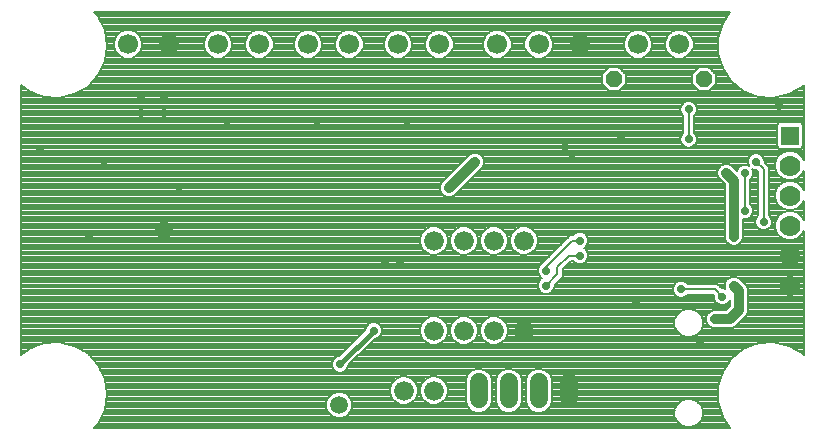
<source format=gbl>
G75*
G70*
%OFA0B0*%
%FSLAX24Y24*%
%IPPOS*%
%LPD*%
%AMOC8*
5,1,8,0,0,1.08239X$1,22.5*
%
%ADD10C,0.0660*%
%ADD11R,0.0594X0.0594*%
%ADD12C,0.0700*%
%ADD13C,0.0594*%
%ADD14OC8,0.0520*%
%ADD15C,0.0594*%
%ADD16C,0.0669*%
%ADD17C,0.0080*%
%ADD18C,0.0278*%
%ADD19C,0.0160*%
%ADD20C,0.0320*%
D10*
X013640Y004076D03*
X014640Y004076D03*
X014640Y006076D03*
X015640Y006076D03*
X016640Y006076D03*
X017640Y006076D03*
X017640Y009076D03*
X016640Y009076D03*
X015640Y009076D03*
X014640Y009076D03*
D11*
X026515Y012576D03*
D12*
X026515Y011576D03*
X026515Y010576D03*
X026515Y009576D03*
X026515Y008576D03*
X026515Y007576D03*
D13*
X011495Y003596D03*
X005649Y009442D03*
D14*
X020640Y014451D03*
X023640Y014451D03*
D15*
X019140Y004372D02*
X019140Y003779D01*
X018140Y003779D02*
X018140Y004372D01*
X017140Y004372D02*
X017140Y003779D01*
X016140Y003779D02*
X016140Y004372D01*
D16*
X016762Y015615D03*
X018140Y015615D03*
X019518Y015615D03*
X021451Y015615D03*
X022829Y015615D03*
X014829Y015615D03*
X013451Y015615D03*
X011829Y015615D03*
X010451Y015615D03*
X008829Y015615D03*
X007451Y015615D03*
X005829Y015615D03*
X004451Y015615D03*
D17*
X003456Y002973D02*
X003309Y002816D01*
X024530Y002816D01*
X024269Y003199D01*
X024269Y003199D01*
X024116Y003694D01*
X024116Y004213D01*
X024269Y004708D01*
X024269Y004708D01*
X024561Y005137D01*
X024561Y005137D01*
X024967Y005460D01*
X024967Y005460D01*
X025450Y005650D01*
X025450Y005650D01*
X025967Y005689D01*
X025967Y005689D01*
X026473Y005573D01*
X026473Y005573D01*
X026922Y005314D01*
X026922Y005314D01*
X026975Y005257D01*
X026975Y009405D01*
X026975Y009405D01*
X026930Y009298D01*
X026793Y009160D01*
X026612Y009086D01*
X026418Y009086D01*
X026237Y009160D01*
X026100Y009298D01*
X026025Y009478D01*
X026025Y009673D01*
X026100Y009853D01*
X026237Y009991D01*
X026418Y010066D01*
X026612Y010066D01*
X026793Y009991D01*
X026930Y009853D01*
X026975Y009746D01*
X026975Y010405D01*
X026930Y010298D01*
X026793Y010160D01*
X026612Y010086D01*
X026418Y010086D01*
X026237Y010160D01*
X026100Y010298D01*
X026025Y010478D01*
X026025Y010673D01*
X026100Y010853D01*
X026237Y010991D01*
X026418Y011066D01*
X026612Y011066D01*
X026793Y010991D01*
X026930Y010853D01*
X026975Y010746D01*
X026975Y011405D01*
X026930Y011298D01*
X026793Y011160D01*
X026612Y011086D01*
X026418Y011086D01*
X026237Y011160D01*
X026100Y011298D01*
X026025Y011478D01*
X026025Y011673D01*
X026100Y011853D01*
X026237Y011991D01*
X026418Y012066D01*
X026612Y012066D01*
X026793Y011991D01*
X026930Y011853D01*
X026975Y011746D01*
X026975Y014265D01*
X026922Y014207D01*
X026922Y014207D01*
X026473Y013948D01*
X026473Y013948D01*
X025967Y013833D01*
X025967Y013833D01*
X025450Y013871D01*
X025450Y013871D01*
X024967Y014061D01*
X024967Y014061D01*
X024561Y014384D01*
X024561Y014384D01*
X024561Y014384D01*
X024269Y014813D01*
X024269Y014813D01*
X024116Y015308D01*
X024116Y015827D01*
X024269Y016323D01*
X024269Y016323D01*
X024530Y016706D01*
X003309Y016706D01*
X003456Y016548D01*
X003456Y016548D01*
X003681Y016081D01*
X003681Y016081D01*
X003758Y015568D01*
X003681Y015055D01*
X003456Y014588D01*
X003456Y014588D01*
X003103Y014207D01*
X003103Y014207D01*
X002654Y013948D01*
X002654Y013948D01*
X002148Y013833D01*
X002148Y013833D01*
X001631Y013871D01*
X001631Y013871D01*
X001148Y014061D01*
X001148Y014061D01*
X000880Y014275D01*
X000880Y005247D01*
X001148Y005460D01*
X001148Y005460D01*
X001631Y005650D01*
X001631Y005650D01*
X002148Y005689D01*
X002148Y005689D01*
X002654Y005573D01*
X002654Y005573D01*
X003103Y005314D01*
X003103Y005314D01*
X003456Y004934D01*
X003456Y004934D01*
X003681Y004466D01*
X003681Y004466D01*
X003758Y003954D01*
X003681Y003441D01*
X003681Y003441D01*
X003456Y002973D01*
X003456Y002973D01*
X003451Y002968D02*
X022824Y002968D01*
X022870Y002922D02*
X022736Y003056D01*
X022664Y003231D01*
X022664Y003420D01*
X022736Y003595D01*
X022870Y003729D01*
X023045Y003802D01*
X023235Y003802D01*
X023410Y003729D01*
X023544Y003595D01*
X023616Y003420D01*
X023616Y003231D01*
X023544Y003056D01*
X023410Y002922D01*
X023235Y002849D01*
X023045Y002849D01*
X022870Y002922D01*
X022948Y002890D02*
X003378Y002890D01*
X003491Y003047D02*
X022746Y003047D01*
X022708Y003125D02*
X003529Y003125D01*
X003566Y003204D02*
X011300Y003204D01*
X011247Y003225D02*
X011408Y003159D01*
X011582Y003159D01*
X011742Y003225D01*
X011865Y003348D01*
X011932Y003509D01*
X011932Y003683D01*
X011865Y003843D01*
X011742Y003966D01*
X011582Y004033D01*
X011408Y004033D01*
X011247Y003966D01*
X011125Y003843D01*
X011058Y003683D01*
X011058Y003509D01*
X011125Y003348D01*
X011247Y003225D01*
X011191Y003282D02*
X003604Y003282D01*
X003642Y003361D02*
X011119Y003361D01*
X011087Y003439D02*
X003680Y003439D01*
X003692Y003518D02*
X011058Y003518D01*
X011058Y003596D02*
X003704Y003596D01*
X003716Y003675D02*
X011058Y003675D01*
X011087Y003753D02*
X003728Y003753D01*
X003740Y003832D02*
X011120Y003832D01*
X011191Y003910D02*
X003751Y003910D01*
X003753Y003989D02*
X011302Y003989D01*
X011688Y003989D02*
X013170Y003989D01*
X013170Y003982D02*
X013242Y003809D01*
X013374Y003677D01*
X013547Y003606D01*
X013733Y003606D01*
X013906Y003677D01*
X014038Y003809D01*
X014110Y003982D01*
X014110Y004169D01*
X014038Y004342D01*
X013906Y004474D01*
X013733Y004546D01*
X013547Y004546D01*
X013374Y004474D01*
X013242Y004342D01*
X013170Y004169D01*
X013170Y003982D01*
X013200Y003910D02*
X011798Y003910D01*
X011870Y003832D02*
X013232Y003832D01*
X013298Y003753D02*
X011903Y003753D01*
X011932Y003675D02*
X013380Y003675D01*
X013170Y004067D02*
X003741Y004067D01*
X003729Y004146D02*
X013170Y004146D01*
X013193Y004224D02*
X003717Y004224D01*
X003705Y004303D02*
X013225Y004303D01*
X013281Y004381D02*
X003694Y004381D01*
X003682Y004460D02*
X013359Y004460D01*
X013528Y004538D02*
X003646Y004538D01*
X003608Y004617D02*
X015768Y004617D01*
X015770Y004620D02*
X015703Y004459D01*
X015703Y003692D01*
X015770Y003531D01*
X015893Y003408D01*
X016053Y003342D01*
X016227Y003342D01*
X016387Y003408D01*
X016510Y003531D01*
X016577Y003692D01*
X016577Y004459D01*
X016510Y004620D01*
X016387Y004743D01*
X016227Y004809D01*
X016053Y004809D01*
X015893Y004743D01*
X015770Y004620D01*
X015736Y004538D02*
X014752Y004538D01*
X014733Y004546D02*
X014547Y004546D01*
X014374Y004474D01*
X014242Y004342D01*
X014170Y004169D01*
X014170Y003982D01*
X014242Y003809D01*
X014374Y003677D01*
X014547Y003606D01*
X014733Y003606D01*
X014906Y003677D01*
X015038Y003809D01*
X015110Y003982D01*
X015110Y004169D01*
X015038Y004342D01*
X014906Y004474D01*
X014733Y004546D01*
X014528Y004538D02*
X013752Y004538D01*
X013921Y004460D02*
X014359Y004460D01*
X014281Y004381D02*
X013999Y004381D01*
X014055Y004303D02*
X014225Y004303D01*
X014193Y004224D02*
X014087Y004224D01*
X014110Y004146D02*
X014170Y004146D01*
X014170Y004067D02*
X014110Y004067D01*
X014110Y003989D02*
X014170Y003989D01*
X014200Y003910D02*
X014080Y003910D01*
X014048Y003832D02*
X014232Y003832D01*
X014298Y003753D02*
X013982Y003753D01*
X013900Y003675D02*
X014380Y003675D01*
X014900Y003675D02*
X015710Y003675D01*
X015703Y003753D02*
X014982Y003753D01*
X015048Y003832D02*
X015703Y003832D01*
X015703Y003910D02*
X015080Y003910D01*
X015110Y003989D02*
X015703Y003989D01*
X015703Y004067D02*
X015110Y004067D01*
X015110Y004146D02*
X015703Y004146D01*
X015703Y004224D02*
X015087Y004224D01*
X015055Y004303D02*
X015703Y004303D01*
X015703Y004381D02*
X014999Y004381D01*
X014921Y004460D02*
X015703Y004460D01*
X015845Y004695D02*
X011627Y004695D01*
X011673Y004714D02*
X011752Y004793D01*
X011794Y004895D01*
X011794Y004919D01*
X012672Y005797D01*
X012696Y005797D01*
X012798Y005839D01*
X012877Y005918D01*
X012919Y006020D01*
X012919Y006131D01*
X012877Y006234D01*
X012798Y006312D01*
X012696Y006355D01*
X012584Y006355D01*
X012482Y006312D01*
X012403Y006234D01*
X012361Y006131D01*
X012361Y006108D01*
X000880Y006108D01*
X000880Y006030D02*
X012283Y006030D01*
X012361Y006108D02*
X011483Y005230D01*
X011459Y005230D01*
X011357Y005187D01*
X011278Y005109D01*
X011236Y005006D01*
X011236Y004895D01*
X011278Y004793D01*
X011357Y004714D01*
X011459Y004672D01*
X011571Y004672D01*
X011673Y004714D01*
X011733Y004774D02*
X015967Y004774D01*
X016313Y004774D02*
X016967Y004774D01*
X016893Y004743D02*
X016770Y004620D01*
X016703Y004459D01*
X016703Y003692D01*
X016770Y003531D01*
X016893Y003408D01*
X017053Y003342D01*
X017227Y003342D01*
X017387Y003408D01*
X017510Y003531D01*
X017577Y003692D01*
X017577Y004459D01*
X017510Y004620D01*
X017387Y004743D01*
X017227Y004809D01*
X017053Y004809D01*
X016893Y004743D01*
X016845Y004695D02*
X016435Y004695D01*
X016512Y004617D02*
X016768Y004617D01*
X016736Y004538D02*
X016544Y004538D01*
X016577Y004460D02*
X016703Y004460D01*
X016703Y004381D02*
X016577Y004381D01*
X016577Y004303D02*
X016703Y004303D01*
X016703Y004224D02*
X016577Y004224D01*
X016577Y004146D02*
X016703Y004146D01*
X016703Y004067D02*
X016577Y004067D01*
X016577Y003989D02*
X016703Y003989D01*
X016703Y003910D02*
X016577Y003910D01*
X016577Y003832D02*
X016703Y003832D01*
X016703Y003753D02*
X016577Y003753D01*
X016570Y003675D02*
X016710Y003675D01*
X016743Y003596D02*
X016537Y003596D01*
X016497Y003518D02*
X016783Y003518D01*
X016862Y003439D02*
X016418Y003439D01*
X016272Y003361D02*
X017008Y003361D01*
X017272Y003361D02*
X018008Y003361D01*
X018053Y003342D02*
X018227Y003342D01*
X018387Y003408D01*
X018510Y003531D01*
X018577Y003692D01*
X018577Y004459D01*
X018510Y004620D01*
X018387Y004743D01*
X018227Y004809D01*
X018053Y004809D01*
X017893Y004743D01*
X017770Y004620D01*
X017703Y004459D01*
X017703Y003692D01*
X017770Y003531D01*
X017893Y003408D01*
X018053Y003342D01*
X017862Y003439D02*
X017418Y003439D01*
X017497Y003518D02*
X017783Y003518D01*
X017743Y003596D02*
X017537Y003596D01*
X017570Y003675D02*
X017710Y003675D01*
X017703Y003753D02*
X017577Y003753D01*
X017577Y003832D02*
X017703Y003832D01*
X017703Y003910D02*
X017577Y003910D01*
X017577Y003989D02*
X017703Y003989D01*
X017703Y004067D02*
X017577Y004067D01*
X017577Y004146D02*
X017703Y004146D01*
X017703Y004224D02*
X017577Y004224D01*
X017577Y004303D02*
X017703Y004303D01*
X017703Y004381D02*
X017577Y004381D01*
X017577Y004460D02*
X017703Y004460D01*
X017736Y004538D02*
X017544Y004538D01*
X017512Y004617D02*
X017768Y004617D01*
X017845Y004695D02*
X017435Y004695D01*
X017313Y004774D02*
X017967Y004774D01*
X018313Y004774D02*
X024314Y004774D01*
X024265Y004695D02*
X018435Y004695D01*
X018512Y004617D02*
X024241Y004617D01*
X024217Y004538D02*
X018544Y004538D01*
X018577Y004460D02*
X024192Y004460D01*
X024168Y004381D02*
X018577Y004381D01*
X018577Y004303D02*
X024144Y004303D01*
X024120Y004224D02*
X018577Y004224D01*
X018577Y004146D02*
X024116Y004146D01*
X024116Y004067D02*
X018577Y004067D01*
X018577Y003989D02*
X024116Y003989D01*
X024116Y003910D02*
X018577Y003910D01*
X018577Y003832D02*
X024116Y003832D01*
X024116Y003753D02*
X023352Y003753D01*
X023464Y003675D02*
X024122Y003675D01*
X024147Y003596D02*
X023543Y003596D01*
X023576Y003518D02*
X024171Y003518D01*
X024195Y003439D02*
X023608Y003439D01*
X023616Y003361D02*
X024219Y003361D01*
X024243Y003282D02*
X023616Y003282D01*
X023605Y003204D02*
X024268Y003204D01*
X024319Y003125D02*
X023572Y003125D01*
X023534Y003047D02*
X024373Y003047D01*
X024426Y002968D02*
X023456Y002968D01*
X023332Y002890D02*
X024480Y002890D01*
X022928Y003753D02*
X018577Y003753D01*
X018570Y003675D02*
X022816Y003675D01*
X022737Y003596D02*
X018537Y003596D01*
X018497Y003518D02*
X022704Y003518D01*
X022672Y003439D02*
X018418Y003439D01*
X018272Y003361D02*
X022664Y003361D01*
X022664Y003282D02*
X011799Y003282D01*
X011870Y003361D02*
X016008Y003361D01*
X015862Y003439D02*
X011903Y003439D01*
X011932Y003518D02*
X015783Y003518D01*
X015743Y003596D02*
X011932Y003596D01*
X011690Y003204D02*
X022675Y003204D01*
X024367Y004852D02*
X011776Y004852D01*
X011806Y004931D02*
X024421Y004931D01*
X024474Y005009D02*
X011885Y005009D01*
X011963Y005088D02*
X024528Y005088D01*
X024598Y005166D02*
X012042Y005166D01*
X012120Y005245D02*
X024696Y005245D01*
X024795Y005323D02*
X012199Y005323D01*
X012277Y005402D02*
X024893Y005402D01*
X025017Y005480D02*
X012356Y005480D01*
X012434Y005559D02*
X025217Y005559D01*
X025417Y005637D02*
X016810Y005637D01*
X016733Y005606D02*
X016906Y005677D01*
X017038Y005809D01*
X017110Y005982D01*
X017110Y006169D01*
X017038Y006342D01*
X016906Y006474D01*
X016733Y006546D01*
X016547Y006546D01*
X016374Y006474D01*
X016242Y006342D01*
X016170Y006169D01*
X016170Y005982D01*
X016242Y005809D01*
X016374Y005677D01*
X016547Y005606D01*
X016733Y005606D01*
X016945Y005716D02*
X026975Y005716D01*
X026975Y005794D02*
X017023Y005794D01*
X017065Y005873D02*
X022989Y005873D01*
X023045Y005849D02*
X023235Y005849D01*
X023410Y005922D01*
X023544Y006056D01*
X023616Y006231D01*
X023616Y006420D01*
X023544Y006595D01*
X023410Y006729D01*
X023235Y006802D01*
X023045Y006802D01*
X022870Y006729D01*
X022736Y006595D01*
X022664Y006420D01*
X022664Y006231D01*
X022736Y006056D01*
X022870Y005922D01*
X023045Y005849D01*
X022841Y005951D02*
X017097Y005951D01*
X017110Y006030D02*
X022763Y006030D01*
X022715Y006108D02*
X017110Y006108D01*
X017103Y006187D02*
X022682Y006187D01*
X022664Y006265D02*
X017070Y006265D01*
X017037Y006344D02*
X022664Y006344D01*
X022665Y006422D02*
X016958Y006422D01*
X016842Y006501D02*
X022697Y006501D01*
X022730Y006579D02*
X000880Y006579D01*
X000880Y006501D02*
X014438Y006501D01*
X014374Y006474D02*
X014242Y006342D01*
X014170Y006169D01*
X014170Y005982D01*
X014242Y005809D01*
X014374Y005677D01*
X014547Y005606D01*
X014733Y005606D01*
X014906Y005677D01*
X015038Y005809D01*
X015110Y005982D01*
X015110Y006169D01*
X015038Y006342D01*
X014906Y006474D01*
X014733Y006546D01*
X014547Y006546D01*
X014374Y006474D01*
X014322Y006422D02*
X000880Y006422D01*
X000880Y006344D02*
X012558Y006344D01*
X012435Y006265D02*
X000880Y006265D01*
X000880Y006187D02*
X012384Y006187D01*
X012204Y005951D02*
X000880Y005951D01*
X000880Y005873D02*
X012126Y005873D01*
X012047Y005794D02*
X000880Y005794D01*
X000880Y005716D02*
X011969Y005716D01*
X011890Y005637D02*
X002374Y005637D01*
X002679Y005559D02*
X011812Y005559D01*
X011733Y005480D02*
X002815Y005480D01*
X002951Y005402D02*
X011655Y005402D01*
X011576Y005323D02*
X003087Y005323D01*
X003167Y005245D02*
X011498Y005245D01*
X011336Y005166D02*
X003240Y005166D01*
X003313Y005088D02*
X011270Y005088D01*
X011237Y005009D02*
X003386Y005009D01*
X003457Y004931D02*
X011236Y004931D01*
X011254Y004852D02*
X003495Y004852D01*
X003533Y004774D02*
X011297Y004774D01*
X011403Y004695D02*
X003571Y004695D01*
X001598Y005637D02*
X000880Y005637D01*
X000880Y005559D02*
X001398Y005559D01*
X001198Y005480D02*
X000880Y005480D01*
X000880Y005402D02*
X001074Y005402D01*
X000976Y005323D02*
X000880Y005323D01*
X000880Y006658D02*
X022799Y006658D01*
X022887Y006736D02*
X000880Y006736D01*
X000880Y006815D02*
X024455Y006815D01*
X024391Y006751D02*
X023955Y006751D01*
X023845Y006705D01*
X023761Y006621D01*
X023715Y006510D01*
X023715Y006391D01*
X023761Y006281D01*
X023845Y006196D01*
X023955Y006151D01*
X024575Y006151D01*
X024685Y006196D01*
X024997Y006509D01*
X025082Y006593D01*
X025127Y006703D01*
X025127Y007448D01*
X025082Y007558D01*
X024810Y007830D01*
X024700Y007876D01*
X024580Y007876D01*
X024470Y007830D01*
X024386Y007746D01*
X024340Y007635D01*
X024340Y007516D01*
X024362Y007462D01*
X024321Y007480D01*
X024241Y007480D01*
X024090Y007631D01*
X023105Y007631D01*
X023048Y007687D01*
X022946Y007730D01*
X022834Y007730D01*
X022732Y007687D01*
X022653Y007609D01*
X022611Y007506D01*
X022611Y007395D01*
X022653Y007293D01*
X022732Y007214D01*
X022834Y007172D01*
X022946Y007172D01*
X023048Y007214D01*
X023105Y007271D01*
X023940Y007271D01*
X023986Y007225D01*
X023986Y007145D01*
X024028Y007043D01*
X024107Y006964D01*
X024209Y006922D01*
X024321Y006922D01*
X024423Y006964D01*
X024502Y007043D01*
X024528Y007105D01*
X024528Y006887D01*
X024391Y006751D01*
X024528Y006893D02*
X000880Y006893D01*
X000880Y006972D02*
X024099Y006972D01*
X024025Y007050D02*
X000880Y007050D01*
X000880Y007129D02*
X023993Y007129D01*
X023986Y007207D02*
X023031Y007207D01*
X022890Y007451D02*
X024015Y007451D01*
X024265Y007201D01*
X024431Y006972D02*
X024528Y006972D01*
X024528Y007050D02*
X024505Y007050D01*
X023920Y006736D02*
X023393Y006736D01*
X023481Y006658D02*
X023798Y006658D01*
X023744Y006579D02*
X023550Y006579D01*
X023583Y006501D02*
X023715Y006501D01*
X023715Y006422D02*
X023615Y006422D01*
X023616Y006344D02*
X023735Y006344D01*
X023776Y006265D02*
X023616Y006265D01*
X023598Y006187D02*
X023868Y006187D01*
X023565Y006108D02*
X026975Y006108D01*
X026975Y006030D02*
X023517Y006030D01*
X023439Y005951D02*
X026975Y005951D01*
X026975Y005873D02*
X023291Y005873D01*
X024662Y006187D02*
X026975Y006187D01*
X026975Y006265D02*
X024754Y006265D01*
X024832Y006344D02*
X026975Y006344D01*
X026975Y006422D02*
X024911Y006422D01*
X024989Y006501D02*
X026975Y006501D01*
X026975Y006579D02*
X025068Y006579D01*
X025109Y006658D02*
X026975Y006658D01*
X026975Y006736D02*
X025127Y006736D01*
X025127Y006815D02*
X026975Y006815D01*
X026975Y006893D02*
X025127Y006893D01*
X025127Y006972D02*
X026975Y006972D01*
X026975Y007050D02*
X025127Y007050D01*
X025127Y007129D02*
X026975Y007129D01*
X026975Y007207D02*
X025127Y007207D01*
X025127Y007286D02*
X026975Y007286D01*
X026975Y007364D02*
X025127Y007364D01*
X025127Y007443D02*
X026975Y007443D01*
X026975Y007521D02*
X025097Y007521D01*
X025040Y007600D02*
X026975Y007600D01*
X026975Y007678D02*
X024962Y007678D01*
X024883Y007757D02*
X026975Y007757D01*
X026975Y007835D02*
X024797Y007835D01*
X024483Y007835D02*
X018904Y007835D01*
X018945Y007876D02*
X018669Y007600D01*
X018669Y007520D01*
X018627Y007418D01*
X018548Y007339D01*
X018446Y007297D01*
X018334Y007297D01*
X018232Y007339D01*
X018153Y007418D01*
X018111Y007520D01*
X018111Y007631D01*
X018153Y007734D01*
X018232Y007812D01*
X018264Y007826D01*
X018232Y007839D01*
X018153Y007918D01*
X018111Y008020D01*
X018111Y008131D01*
X018153Y008234D01*
X018232Y008312D01*
X018258Y008323D01*
X018315Y008381D01*
X019190Y009256D01*
X019300Y009256D01*
X019357Y009312D01*
X019459Y009355D01*
X019571Y009355D01*
X019673Y009312D01*
X019752Y009234D01*
X019794Y009131D01*
X019794Y009020D01*
X019752Y008918D01*
X019673Y008839D01*
X019641Y008826D01*
X019673Y008812D01*
X019752Y008734D01*
X019794Y008631D01*
X019794Y008520D01*
X019752Y008418D01*
X019673Y008339D01*
X019571Y008297D01*
X019459Y008297D01*
X019357Y008339D01*
X019300Y008396D01*
X019215Y008396D01*
X018945Y008126D01*
X018945Y007876D01*
X018945Y007914D02*
X026975Y007914D01*
X026975Y007992D02*
X018945Y007992D01*
X018945Y008071D02*
X026975Y008071D01*
X026975Y008149D02*
X018968Y008149D01*
X019047Y008228D02*
X026975Y008228D01*
X026975Y008306D02*
X019594Y008306D01*
X019719Y008385D02*
X026975Y008385D01*
X026975Y008463D02*
X019770Y008463D01*
X019794Y008542D02*
X026975Y008542D01*
X026975Y008620D02*
X019794Y008620D01*
X019766Y008699D02*
X026975Y008699D01*
X026975Y008777D02*
X019708Y008777D01*
X019690Y008856D02*
X026975Y008856D01*
X026975Y008934D02*
X024781Y008934D01*
X024810Y008946D02*
X024700Y008901D01*
X024580Y008901D01*
X024470Y008946D01*
X024386Y009031D01*
X024340Y009141D01*
X024340Y010951D01*
X024136Y011156D01*
X024090Y011266D01*
X024090Y011385D01*
X024136Y011496D01*
X024220Y011580D01*
X024330Y011626D01*
X024450Y011626D01*
X024560Y011580D01*
X024743Y011397D01*
X024778Y011484D01*
X024857Y011562D01*
X024959Y011605D01*
X025071Y011605D01*
X025140Y011576D01*
X025111Y011645D01*
X025111Y011756D01*
X025153Y011859D01*
X025232Y011937D01*
X025334Y011980D01*
X025446Y011980D01*
X025548Y011937D01*
X025627Y011859D01*
X025669Y011756D01*
X025669Y011676D01*
X025820Y011525D01*
X025820Y009915D01*
X025877Y009859D01*
X025919Y009756D01*
X025919Y009645D01*
X025877Y009543D01*
X025798Y009464D01*
X025696Y009422D01*
X025584Y009422D01*
X025482Y009464D01*
X025403Y009543D01*
X025361Y009645D01*
X025361Y009756D01*
X025403Y009859D01*
X025460Y009915D01*
X025460Y011376D01*
X025414Y011422D01*
X025334Y011422D01*
X025265Y011450D01*
X025294Y011381D01*
X025294Y011270D01*
X025252Y011168D01*
X025195Y011111D01*
X025195Y010290D01*
X025252Y010234D01*
X025294Y010131D01*
X025294Y010020D01*
X025252Y009918D01*
X025173Y009839D01*
X025071Y009797D01*
X024959Y009797D01*
X024940Y009805D01*
X024940Y009141D01*
X024894Y009031D01*
X024810Y008946D01*
X024876Y009013D02*
X026975Y009013D01*
X026975Y009091D02*
X026626Y009091D01*
X026802Y009170D02*
X026975Y009170D01*
X026975Y009248D02*
X026880Y009248D01*
X026942Y009327D02*
X026975Y009327D01*
X026404Y009091D02*
X024919Y009091D01*
X024940Y009170D02*
X026228Y009170D01*
X026150Y009248D02*
X024940Y009248D01*
X024940Y009327D02*
X026088Y009327D01*
X026055Y009405D02*
X024940Y009405D01*
X024940Y009484D02*
X025462Y009484D01*
X025395Y009562D02*
X024940Y009562D01*
X024940Y009641D02*
X025363Y009641D01*
X025361Y009719D02*
X024940Y009719D01*
X024940Y009798D02*
X024957Y009798D01*
X025073Y009798D02*
X025378Y009798D01*
X025421Y009876D02*
X025210Y009876D01*
X025267Y009955D02*
X025460Y009955D01*
X025460Y010033D02*
X025294Y010033D01*
X025294Y010112D02*
X025460Y010112D01*
X025460Y010190D02*
X025270Y010190D01*
X025217Y010269D02*
X025460Y010269D01*
X025460Y010347D02*
X025195Y010347D01*
X025195Y010426D02*
X025460Y010426D01*
X025460Y010504D02*
X025195Y010504D01*
X025195Y010583D02*
X025460Y010583D01*
X025460Y010661D02*
X025195Y010661D01*
X025195Y010740D02*
X025460Y010740D01*
X025460Y010818D02*
X025195Y010818D01*
X025195Y010897D02*
X025460Y010897D01*
X025460Y010975D02*
X025195Y010975D01*
X025195Y011054D02*
X025460Y011054D01*
X025460Y011132D02*
X025216Y011132D01*
X025269Y011211D02*
X025460Y011211D01*
X025460Y011289D02*
X025294Y011289D01*
X025294Y011368D02*
X025460Y011368D01*
X025640Y011451D02*
X025390Y011701D01*
X025128Y011603D02*
X025074Y011603D01*
X025111Y011682D02*
X016315Y011682D01*
X016315Y011641D02*
X016315Y011760D01*
X025113Y011760D01*
X025145Y011839D02*
X016283Y011839D01*
X016269Y011871D02*
X016185Y011955D01*
X016075Y012001D01*
X015955Y012001D01*
X015845Y011955D01*
X014886Y010996D01*
X014840Y010885D01*
X014840Y010766D01*
X014886Y010656D01*
X014970Y010571D01*
X015080Y010526D01*
X015200Y010526D01*
X015310Y010571D01*
X016269Y011531D01*
X016315Y011641D01*
X016299Y011603D02*
X024276Y011603D01*
X024165Y011525D02*
X016263Y011525D01*
X016185Y011446D02*
X024115Y011446D01*
X024090Y011368D02*
X016106Y011368D01*
X016028Y011289D02*
X024090Y011289D01*
X024113Y011211D02*
X015949Y011211D01*
X015871Y011132D02*
X024159Y011132D01*
X024238Y011054D02*
X015792Y011054D01*
X015714Y010975D02*
X024316Y010975D01*
X024340Y010897D02*
X015635Y010897D01*
X015557Y010818D02*
X024340Y010818D01*
X024340Y010740D02*
X015478Y010740D01*
X015400Y010661D02*
X024340Y010661D01*
X024340Y010583D02*
X015321Y010583D01*
X014959Y010583D02*
X000880Y010583D01*
X000880Y010661D02*
X014883Y010661D01*
X014851Y010740D02*
X000880Y010740D01*
X000880Y010818D02*
X014840Y010818D01*
X014845Y010897D02*
X000880Y010897D01*
X000880Y010975D02*
X014877Y010975D01*
X014944Y011054D02*
X000880Y011054D01*
X000880Y011132D02*
X015022Y011132D01*
X015101Y011211D02*
X000880Y011211D01*
X000880Y011289D02*
X015179Y011289D01*
X015258Y011368D02*
X000880Y011368D01*
X000880Y011446D02*
X015336Y011446D01*
X015415Y011525D02*
X000880Y011525D01*
X000880Y011603D02*
X015493Y011603D01*
X015572Y011682D02*
X000880Y011682D01*
X000880Y011760D02*
X015650Y011760D01*
X015729Y011839D02*
X000880Y011839D01*
X000880Y011917D02*
X015807Y011917D01*
X015943Y011996D02*
X000880Y011996D01*
X000880Y012074D02*
X026975Y012074D01*
X026975Y011996D02*
X026781Y011996D01*
X026866Y011917D02*
X026975Y011917D01*
X026975Y011839D02*
X026936Y011839D01*
X026969Y011760D02*
X026975Y011760D01*
X026959Y011368D02*
X026975Y011368D01*
X026975Y011289D02*
X026921Y011289D01*
X026975Y011211D02*
X026843Y011211D01*
X026725Y011132D02*
X026975Y011132D01*
X026975Y011054D02*
X026641Y011054D01*
X026808Y010975D02*
X026975Y010975D01*
X026975Y010897D02*
X026887Y010897D01*
X026945Y010818D02*
X026975Y010818D01*
X026951Y010347D02*
X026975Y010347D01*
X026975Y010269D02*
X026901Y010269D01*
X026975Y010190D02*
X026822Y010190D01*
X026675Y010112D02*
X026975Y010112D01*
X026975Y010033D02*
X026691Y010033D01*
X026829Y009955D02*
X026975Y009955D01*
X026975Y009876D02*
X026907Y009876D01*
X026953Y009798D02*
X026975Y009798D01*
X026339Y010033D02*
X025820Y010033D01*
X025820Y009955D02*
X026201Y009955D01*
X026123Y009876D02*
X025859Y009876D01*
X025902Y009798D02*
X026077Y009798D01*
X026044Y009719D02*
X025919Y009719D01*
X025917Y009641D02*
X026025Y009641D01*
X026025Y009562D02*
X025885Y009562D01*
X025818Y009484D02*
X026025Y009484D01*
X025640Y009701D02*
X025640Y011451D01*
X025820Y011446D02*
X026038Y011446D01*
X026025Y011525D02*
X025820Y011525D01*
X025742Y011603D02*
X026025Y011603D01*
X026029Y011682D02*
X025669Y011682D01*
X025667Y011760D02*
X026061Y011760D01*
X026094Y011839D02*
X025635Y011839D01*
X025568Y011917D02*
X026164Y011917D01*
X026249Y011996D02*
X016087Y011996D01*
X016223Y011917D02*
X025212Y011917D01*
X024956Y011603D02*
X024504Y011603D01*
X024615Y011525D02*
X024819Y011525D01*
X024763Y011446D02*
X024694Y011446D01*
X025015Y011326D02*
X025015Y010076D01*
X024340Y010112D02*
X000880Y010112D01*
X000880Y010190D02*
X024340Y010190D01*
X024340Y010269D02*
X000880Y010269D01*
X000880Y010347D02*
X024340Y010347D01*
X024340Y010426D02*
X000880Y010426D01*
X000880Y010504D02*
X024340Y010504D01*
X024340Y010033D02*
X000880Y010033D01*
X000880Y009955D02*
X024340Y009955D01*
X024340Y009876D02*
X000880Y009876D01*
X000880Y009798D02*
X024340Y009798D01*
X024340Y009719D02*
X000880Y009719D01*
X000880Y009641D02*
X024340Y009641D01*
X024340Y009562D02*
X000880Y009562D01*
X000880Y009484D02*
X014397Y009484D01*
X014374Y009474D02*
X014242Y009342D01*
X014170Y009169D01*
X014170Y008982D01*
X014242Y008809D01*
X014374Y008677D01*
X014547Y008606D01*
X014733Y008606D01*
X014906Y008677D01*
X015038Y008809D01*
X015110Y008982D01*
X015110Y009169D01*
X015038Y009342D01*
X014906Y009474D01*
X014733Y009546D01*
X014547Y009546D01*
X014374Y009474D01*
X014305Y009405D02*
X000880Y009405D01*
X000880Y009327D02*
X014235Y009327D01*
X014203Y009248D02*
X000880Y009248D01*
X000880Y009170D02*
X014170Y009170D01*
X014170Y009091D02*
X000880Y009091D01*
X000880Y009013D02*
X014170Y009013D01*
X014190Y008934D02*
X000880Y008934D01*
X000880Y008856D02*
X014222Y008856D01*
X014274Y008777D02*
X000880Y008777D01*
X000880Y008699D02*
X014352Y008699D01*
X014511Y008620D02*
X000880Y008620D01*
X000880Y008542D02*
X018476Y008542D01*
X018398Y008463D02*
X000880Y008463D01*
X000880Y008385D02*
X018319Y008385D01*
X018226Y008306D02*
X000880Y008306D01*
X000880Y008228D02*
X018151Y008228D01*
X018118Y008149D02*
X000880Y008149D01*
X000880Y008071D02*
X018111Y008071D01*
X018123Y007992D02*
X000880Y007992D01*
X000880Y007914D02*
X018157Y007914D01*
X018241Y007835D02*
X000880Y007835D01*
X000880Y007757D02*
X018176Y007757D01*
X018130Y007678D02*
X000880Y007678D01*
X000880Y007600D02*
X018111Y007600D01*
X018111Y007521D02*
X000880Y007521D01*
X000880Y007443D02*
X018143Y007443D01*
X018207Y007364D02*
X000880Y007364D01*
X000880Y007286D02*
X022660Y007286D01*
X022624Y007364D02*
X018573Y007364D01*
X018637Y007443D02*
X022611Y007443D01*
X022617Y007521D02*
X018669Y007521D01*
X018669Y007600D02*
X022650Y007600D01*
X022723Y007678D02*
X018747Y007678D01*
X018826Y007757D02*
X024397Y007757D01*
X024358Y007678D02*
X023057Y007678D01*
X022749Y007207D02*
X000880Y007207D01*
X000880Y012153D02*
X026146Y012153D01*
X026160Y012139D02*
X026078Y012221D01*
X026078Y012930D01*
X026160Y013012D01*
X026870Y013012D01*
X026952Y012930D01*
X026952Y012221D01*
X026870Y012139D01*
X026160Y012139D01*
X026078Y012231D02*
X023315Y012231D01*
X023298Y012214D02*
X023377Y012293D01*
X023419Y012395D01*
X023419Y012506D01*
X023377Y012609D01*
X023320Y012665D01*
X023320Y013236D01*
X023377Y013293D01*
X023419Y013395D01*
X023419Y013506D01*
X023377Y013609D01*
X023298Y013687D01*
X023196Y013730D01*
X023084Y013730D01*
X022982Y013687D01*
X022903Y013609D01*
X022861Y013506D01*
X022861Y013395D01*
X022903Y013293D01*
X022960Y013236D01*
X022960Y012665D01*
X022903Y012609D01*
X022861Y012506D01*
X022861Y012395D01*
X022903Y012293D01*
X022982Y012214D01*
X023084Y012172D01*
X023196Y012172D01*
X023298Y012214D01*
X023384Y012310D02*
X026078Y012310D01*
X026078Y012388D02*
X023416Y012388D01*
X023419Y012467D02*
X026078Y012467D01*
X026078Y012545D02*
X023403Y012545D01*
X023362Y012624D02*
X026078Y012624D01*
X026078Y012702D02*
X023320Y012702D01*
X023320Y012781D02*
X026078Y012781D01*
X026078Y012859D02*
X023320Y012859D01*
X023320Y012938D02*
X026085Y012938D01*
X026945Y012938D02*
X026975Y012938D01*
X026975Y013016D02*
X023320Y013016D01*
X023320Y013095D02*
X026975Y013095D01*
X026975Y013173D02*
X023320Y013173D01*
X023336Y013252D02*
X026975Y013252D01*
X026975Y013330D02*
X023392Y013330D01*
X023419Y013409D02*
X026975Y013409D01*
X026975Y013487D02*
X023419Y013487D01*
X023394Y013566D02*
X026975Y013566D01*
X026975Y013644D02*
X023341Y013644D01*
X023212Y013723D02*
X026975Y013723D01*
X026975Y013801D02*
X000880Y013801D01*
X000880Y013723D02*
X023068Y013723D01*
X022939Y013644D02*
X000880Y013644D01*
X000880Y013566D02*
X022886Y013566D01*
X022861Y013487D02*
X000880Y013487D01*
X000880Y013409D02*
X022861Y013409D01*
X022888Y013330D02*
X000880Y013330D01*
X000880Y013252D02*
X022944Y013252D01*
X022960Y013173D02*
X000880Y013173D01*
X000880Y013095D02*
X022960Y013095D01*
X022960Y013016D02*
X000880Y013016D01*
X000880Y012938D02*
X022960Y012938D01*
X022960Y012859D02*
X000880Y012859D01*
X000880Y012781D02*
X022960Y012781D01*
X022960Y012702D02*
X000880Y012702D01*
X000880Y012624D02*
X022918Y012624D01*
X022877Y012545D02*
X000880Y012545D01*
X000880Y012467D02*
X022861Y012467D01*
X022864Y012388D02*
X000880Y012388D01*
X000880Y012310D02*
X022896Y012310D01*
X022965Y012231D02*
X000880Y012231D01*
X000880Y013880D02*
X001610Y013880D01*
X001410Y013958D02*
X000880Y013958D01*
X000880Y014037D02*
X001210Y014037D01*
X001080Y014115D02*
X000880Y014115D01*
X000880Y014194D02*
X000981Y014194D01*
X000883Y014272D02*
X000880Y014272D01*
X002354Y013880D02*
X025429Y013880D01*
X025229Y013958D02*
X002671Y013958D01*
X002807Y014037D02*
X025029Y014037D01*
X024899Y014115D02*
X023870Y014115D01*
X023806Y014051D02*
X024040Y014285D01*
X024040Y014616D01*
X023806Y014851D01*
X023474Y014851D01*
X023240Y014616D01*
X023240Y014285D01*
X023474Y014051D01*
X023806Y014051D01*
X023949Y014194D02*
X024800Y014194D01*
X024702Y014272D02*
X024027Y014272D01*
X024040Y014351D02*
X024603Y014351D01*
X024531Y014429D02*
X024040Y014429D01*
X024040Y014508D02*
X024477Y014508D01*
X024424Y014586D02*
X024040Y014586D01*
X023992Y014665D02*
X024370Y014665D01*
X024317Y014743D02*
X023913Y014743D01*
X023835Y014822D02*
X024266Y014822D01*
X024242Y014900D02*
X003606Y014900D01*
X003568Y014822D02*
X020445Y014822D01*
X020474Y014851D02*
X020240Y014616D01*
X020240Y014285D01*
X020474Y014051D01*
X020806Y014051D01*
X021040Y014285D01*
X021040Y014616D01*
X020806Y014851D01*
X020474Y014851D01*
X020367Y014743D02*
X003531Y014743D01*
X003493Y014665D02*
X020288Y014665D01*
X020240Y014586D02*
X003454Y014586D01*
X003381Y014508D02*
X020240Y014508D01*
X020240Y014429D02*
X003309Y014429D01*
X003236Y014351D02*
X020240Y014351D01*
X020253Y014272D02*
X003163Y014272D01*
X003079Y014194D02*
X020331Y014194D01*
X020410Y014115D02*
X002943Y014115D01*
X003644Y014979D02*
X024218Y014979D01*
X024194Y015057D02*
X003681Y015057D01*
X003681Y015055D02*
X003681Y015055D01*
X003693Y015136D02*
X024170Y015136D01*
X024145Y015214D02*
X023099Y015214D01*
X023098Y015213D02*
X023231Y015346D01*
X023304Y015521D01*
X023304Y015709D01*
X023231Y015884D01*
X023098Y016017D01*
X022923Y016090D01*
X022735Y016090D01*
X022560Y016017D01*
X022427Y015884D01*
X022354Y015709D01*
X022354Y015521D01*
X022427Y015346D01*
X022560Y015213D01*
X022735Y015140D01*
X022923Y015140D01*
X023098Y015213D01*
X023178Y015293D02*
X024121Y015293D01*
X024116Y015371D02*
X023242Y015371D01*
X023274Y015450D02*
X024116Y015450D01*
X024116Y015528D02*
X023304Y015528D01*
X023304Y015607D02*
X024116Y015607D01*
X024116Y015685D02*
X023304Y015685D01*
X023281Y015764D02*
X024116Y015764D01*
X024121Y015842D02*
X023249Y015842D01*
X023195Y015921D02*
X024145Y015921D01*
X024169Y015999D02*
X023116Y015999D01*
X022952Y016078D02*
X024194Y016078D01*
X024218Y016156D02*
X003644Y016156D01*
X003681Y016078D02*
X004328Y016078D01*
X004357Y016090D02*
X004182Y016017D01*
X004049Y015884D01*
X003976Y015709D01*
X003976Y015521D01*
X004049Y015346D01*
X004182Y015213D01*
X004357Y015140D01*
X004545Y015140D01*
X004720Y015213D01*
X004853Y015346D01*
X004926Y015521D01*
X004926Y015709D01*
X004853Y015884D01*
X004720Y016017D01*
X004545Y016090D01*
X004357Y016090D01*
X004164Y015999D02*
X003693Y015999D01*
X003705Y015921D02*
X004085Y015921D01*
X004031Y015842D02*
X003717Y015842D01*
X003728Y015764D02*
X003999Y015764D01*
X003976Y015685D02*
X003740Y015685D01*
X003752Y015607D02*
X003976Y015607D01*
X003976Y015528D02*
X003752Y015528D01*
X003740Y015450D02*
X004006Y015450D01*
X004038Y015371D02*
X003728Y015371D01*
X003716Y015293D02*
X004102Y015293D01*
X004181Y015214D02*
X003705Y015214D01*
X004721Y015214D02*
X007181Y015214D01*
X007182Y015213D02*
X007357Y015140D01*
X007545Y015140D01*
X007720Y015213D01*
X007853Y015346D01*
X007926Y015521D01*
X007926Y015709D01*
X007853Y015884D01*
X007720Y016017D01*
X007545Y016090D01*
X007357Y016090D01*
X007182Y016017D01*
X007049Y015884D01*
X006976Y015709D01*
X006976Y015521D01*
X007049Y015346D01*
X007182Y015213D01*
X007102Y015293D02*
X004800Y015293D01*
X004864Y015371D02*
X007038Y015371D01*
X007006Y015450D02*
X004896Y015450D01*
X004926Y015528D02*
X006976Y015528D01*
X006976Y015607D02*
X004926Y015607D01*
X004926Y015685D02*
X006976Y015685D01*
X006999Y015764D02*
X004903Y015764D01*
X004871Y015842D02*
X007031Y015842D01*
X007085Y015921D02*
X004817Y015921D01*
X004738Y015999D02*
X007164Y015999D01*
X007328Y016078D02*
X004574Y016078D01*
X003606Y016235D02*
X024242Y016235D01*
X024266Y016313D02*
X003569Y016313D01*
X003531Y016392D02*
X024316Y016392D01*
X024370Y016470D02*
X003493Y016470D01*
X003455Y016549D02*
X024423Y016549D01*
X024477Y016627D02*
X003382Y016627D01*
X003309Y016706D02*
X024530Y016706D01*
X022706Y016078D02*
X021574Y016078D01*
X021545Y016090D02*
X021357Y016090D01*
X021182Y016017D01*
X021049Y015884D01*
X020976Y015709D01*
X020976Y015521D01*
X021049Y015346D01*
X021182Y015213D01*
X021357Y015140D01*
X021545Y015140D01*
X021720Y015213D01*
X021853Y015346D01*
X021926Y015521D01*
X021926Y015709D01*
X021853Y015884D01*
X021720Y016017D01*
X021545Y016090D01*
X021738Y015999D02*
X022542Y015999D01*
X022463Y015921D02*
X021817Y015921D01*
X021871Y015842D02*
X022409Y015842D01*
X022377Y015764D02*
X021903Y015764D01*
X021926Y015685D02*
X022354Y015685D01*
X022354Y015607D02*
X021926Y015607D01*
X021926Y015528D02*
X022354Y015528D01*
X022384Y015450D02*
X021896Y015450D01*
X021864Y015371D02*
X022416Y015371D01*
X022480Y015293D02*
X021800Y015293D01*
X021721Y015214D02*
X022559Y015214D01*
X023288Y014665D02*
X020992Y014665D01*
X021040Y014586D02*
X023240Y014586D01*
X023240Y014508D02*
X021040Y014508D01*
X021040Y014429D02*
X023240Y014429D01*
X023240Y014351D02*
X021040Y014351D01*
X021027Y014272D02*
X023253Y014272D01*
X023331Y014194D02*
X020949Y014194D01*
X020870Y014115D02*
X023410Y014115D01*
X023367Y014743D02*
X020913Y014743D01*
X020835Y014822D02*
X023445Y014822D01*
X023140Y013451D02*
X023140Y012451D01*
X025267Y011446D02*
X025275Y011446D01*
X025820Y011368D02*
X026071Y011368D01*
X026109Y011289D02*
X025820Y011289D01*
X025820Y011211D02*
X026187Y011211D01*
X026305Y011132D02*
X025820Y011132D01*
X025820Y011054D02*
X026389Y011054D01*
X026222Y010975D02*
X025820Y010975D01*
X025820Y010897D02*
X026143Y010897D01*
X026085Y010818D02*
X025820Y010818D01*
X025820Y010740D02*
X026053Y010740D01*
X026025Y010661D02*
X025820Y010661D01*
X025820Y010583D02*
X026025Y010583D01*
X026025Y010504D02*
X025820Y010504D01*
X025820Y010426D02*
X026047Y010426D01*
X026079Y010347D02*
X025820Y010347D01*
X025820Y010269D02*
X026129Y010269D01*
X026208Y010190D02*
X025820Y010190D01*
X025820Y010112D02*
X026355Y010112D01*
X024340Y009484D02*
X017883Y009484D01*
X017906Y009474D02*
X017733Y009546D01*
X017547Y009546D01*
X017374Y009474D01*
X017242Y009342D01*
X017170Y009169D01*
X017170Y008982D01*
X017242Y008809D01*
X017374Y008677D01*
X017547Y008606D01*
X017733Y008606D01*
X017906Y008677D01*
X018038Y008809D01*
X018110Y008982D01*
X018110Y009169D01*
X018038Y009342D01*
X017906Y009474D01*
X017975Y009405D02*
X024340Y009405D01*
X024340Y009327D02*
X019638Y009327D01*
X019737Y009248D02*
X024340Y009248D01*
X024340Y009170D02*
X019778Y009170D01*
X019794Y009091D02*
X024361Y009091D01*
X024404Y009013D02*
X019791Y009013D01*
X019758Y008934D02*
X024499Y008934D01*
X024340Y007600D02*
X024121Y007600D01*
X024199Y007521D02*
X024340Y007521D01*
X026193Y005637D02*
X026975Y005637D01*
X026975Y005559D02*
X026498Y005559D01*
X026634Y005480D02*
X026975Y005480D01*
X026975Y005402D02*
X026770Y005402D01*
X026906Y005323D02*
X026975Y005323D01*
X019436Y008306D02*
X019125Y008306D01*
X019204Y008385D02*
X019311Y008385D01*
X019140Y008576D02*
X018765Y008201D01*
X018765Y007951D01*
X018390Y007576D01*
X018390Y008076D02*
X018390Y008201D01*
X019265Y009076D01*
X019515Y009076D01*
X019392Y009327D02*
X018045Y009327D01*
X018077Y009248D02*
X019183Y009248D01*
X019104Y009170D02*
X018110Y009170D01*
X018110Y009091D02*
X019026Y009091D01*
X018947Y009013D02*
X018110Y009013D01*
X018090Y008934D02*
X018869Y008934D01*
X018790Y008856D02*
X018058Y008856D01*
X018006Y008777D02*
X018712Y008777D01*
X018633Y008699D02*
X017928Y008699D01*
X017769Y008620D02*
X018555Y008620D01*
X019140Y008576D02*
X019515Y008576D01*
X017511Y008620D02*
X016769Y008620D01*
X016733Y008606D02*
X016906Y008677D01*
X017038Y008809D01*
X017110Y008982D01*
X017110Y009169D01*
X017038Y009342D01*
X016906Y009474D01*
X016733Y009546D01*
X016547Y009546D01*
X016374Y009474D01*
X016242Y009342D01*
X016170Y009169D01*
X016170Y008982D01*
X016242Y008809D01*
X016374Y008677D01*
X016547Y008606D01*
X016733Y008606D01*
X016928Y008699D02*
X017352Y008699D01*
X017274Y008777D02*
X017006Y008777D01*
X017058Y008856D02*
X017222Y008856D01*
X017190Y008934D02*
X017090Y008934D01*
X017110Y009013D02*
X017170Y009013D01*
X017170Y009091D02*
X017110Y009091D01*
X017110Y009170D02*
X017170Y009170D01*
X017203Y009248D02*
X017077Y009248D01*
X017045Y009327D02*
X017235Y009327D01*
X017305Y009405D02*
X016975Y009405D01*
X016883Y009484D02*
X017397Y009484D01*
X016397Y009484D02*
X015883Y009484D01*
X015906Y009474D02*
X015733Y009546D01*
X015547Y009546D01*
X015374Y009474D01*
X015242Y009342D01*
X015170Y009169D01*
X015170Y008982D01*
X015242Y008809D01*
X015374Y008677D01*
X015547Y008606D01*
X015733Y008606D01*
X015906Y008677D01*
X016038Y008809D01*
X016110Y008982D01*
X016110Y009169D01*
X016038Y009342D01*
X015906Y009474D01*
X015975Y009405D02*
X016305Y009405D01*
X016235Y009327D02*
X016045Y009327D01*
X016077Y009248D02*
X016203Y009248D01*
X016170Y009170D02*
X016110Y009170D01*
X016110Y009091D02*
X016170Y009091D01*
X016170Y009013D02*
X016110Y009013D01*
X016090Y008934D02*
X016190Y008934D01*
X016222Y008856D02*
X016058Y008856D01*
X016006Y008777D02*
X016274Y008777D01*
X016352Y008699D02*
X015928Y008699D01*
X015769Y008620D02*
X016511Y008620D01*
X015511Y008620D02*
X014769Y008620D01*
X014928Y008699D02*
X015352Y008699D01*
X015274Y008777D02*
X015006Y008777D01*
X015058Y008856D02*
X015222Y008856D01*
X015190Y008934D02*
X015090Y008934D01*
X015110Y009013D02*
X015170Y009013D01*
X015170Y009091D02*
X015110Y009091D01*
X015110Y009170D02*
X015170Y009170D01*
X015203Y009248D02*
X015077Y009248D01*
X015045Y009327D02*
X015235Y009327D01*
X015305Y009405D02*
X014975Y009405D01*
X014883Y009484D02*
X015397Y009484D01*
X016315Y011760D02*
X016269Y011871D01*
X016668Y015140D02*
X016856Y015140D01*
X017031Y015213D01*
X017164Y015346D01*
X017237Y015521D01*
X017237Y015709D01*
X017164Y015884D01*
X017031Y016017D01*
X016856Y016090D01*
X016668Y016090D01*
X016493Y016017D01*
X016360Y015884D01*
X016287Y015709D01*
X016287Y015521D01*
X016360Y015346D01*
X016493Y015213D01*
X016668Y015140D01*
X016492Y015214D02*
X015099Y015214D01*
X015098Y015213D02*
X015231Y015346D01*
X015304Y015521D01*
X015304Y015709D01*
X015231Y015884D01*
X015098Y016017D01*
X014923Y016090D01*
X014735Y016090D01*
X014560Y016017D01*
X014427Y015884D01*
X014354Y015709D01*
X014354Y015521D01*
X014427Y015346D01*
X014560Y015213D01*
X014735Y015140D01*
X014923Y015140D01*
X015098Y015213D01*
X015178Y015293D02*
X016413Y015293D01*
X016349Y015371D02*
X015242Y015371D01*
X015274Y015450D02*
X016317Y015450D01*
X016287Y015528D02*
X015304Y015528D01*
X015304Y015607D02*
X016287Y015607D01*
X016287Y015685D02*
X015304Y015685D01*
X015281Y015764D02*
X016310Y015764D01*
X016342Y015842D02*
X015249Y015842D01*
X015195Y015921D02*
X016396Y015921D01*
X016475Y015999D02*
X015116Y015999D01*
X014952Y016078D02*
X016639Y016078D01*
X016885Y016078D02*
X018017Y016078D01*
X018046Y016090D02*
X017871Y016017D01*
X017738Y015884D01*
X017665Y015709D01*
X017665Y015521D01*
X017738Y015346D01*
X017871Y015213D01*
X018046Y015140D01*
X018234Y015140D01*
X018409Y015213D01*
X018542Y015346D01*
X018615Y015521D01*
X018615Y015709D01*
X018542Y015884D01*
X018409Y016017D01*
X018234Y016090D01*
X018046Y016090D01*
X017853Y015999D02*
X017049Y015999D01*
X017128Y015921D02*
X017774Y015921D01*
X017720Y015842D02*
X017182Y015842D01*
X017214Y015764D02*
X017688Y015764D01*
X017665Y015685D02*
X017237Y015685D01*
X017237Y015607D02*
X017665Y015607D01*
X017665Y015528D02*
X017237Y015528D01*
X017207Y015450D02*
X017695Y015450D01*
X017727Y015371D02*
X017175Y015371D01*
X017111Y015293D02*
X017791Y015293D01*
X017870Y015214D02*
X017032Y015214D01*
X018410Y015214D02*
X021181Y015214D01*
X021102Y015293D02*
X018489Y015293D01*
X018553Y015371D02*
X021038Y015371D01*
X021006Y015450D02*
X018585Y015450D01*
X018615Y015528D02*
X020976Y015528D01*
X020976Y015607D02*
X018615Y015607D01*
X018615Y015685D02*
X020976Y015685D01*
X020999Y015764D02*
X018592Y015764D01*
X018560Y015842D02*
X021031Y015842D01*
X021085Y015921D02*
X018506Y015921D01*
X018427Y015999D02*
X021164Y015999D01*
X021328Y016078D02*
X018263Y016078D01*
X014706Y016078D02*
X013574Y016078D01*
X013545Y016090D02*
X013357Y016090D01*
X013182Y016017D01*
X013049Y015884D01*
X012976Y015709D01*
X012976Y015521D01*
X013049Y015346D01*
X013182Y015213D01*
X013357Y015140D01*
X013545Y015140D01*
X013720Y015213D01*
X013853Y015346D01*
X013926Y015521D01*
X013926Y015709D01*
X013853Y015884D01*
X013720Y016017D01*
X013545Y016090D01*
X013738Y015999D02*
X014542Y015999D01*
X014463Y015921D02*
X013817Y015921D01*
X013871Y015842D02*
X014409Y015842D01*
X014377Y015764D02*
X013903Y015764D01*
X013926Y015685D02*
X014354Y015685D01*
X014354Y015607D02*
X013926Y015607D01*
X013926Y015528D02*
X014354Y015528D01*
X014384Y015450D02*
X013896Y015450D01*
X013864Y015371D02*
X014416Y015371D01*
X014480Y015293D02*
X013800Y015293D01*
X013721Y015214D02*
X014559Y015214D01*
X013328Y016078D02*
X011952Y016078D01*
X011923Y016090D02*
X011735Y016090D01*
X011560Y016017D01*
X011427Y015884D01*
X011354Y015709D01*
X011354Y015521D01*
X011427Y015346D01*
X011560Y015213D01*
X011735Y015140D01*
X011923Y015140D01*
X012098Y015213D01*
X012231Y015346D01*
X012304Y015521D01*
X012304Y015709D01*
X012231Y015884D01*
X012098Y016017D01*
X011923Y016090D01*
X012116Y015999D02*
X013164Y015999D01*
X013085Y015921D02*
X012195Y015921D01*
X012249Y015842D02*
X013031Y015842D01*
X012999Y015764D02*
X012281Y015764D01*
X012304Y015685D02*
X012976Y015685D01*
X012976Y015607D02*
X012304Y015607D01*
X012304Y015528D02*
X012976Y015528D01*
X013006Y015450D02*
X012274Y015450D01*
X012242Y015371D02*
X013038Y015371D01*
X013102Y015293D02*
X012178Y015293D01*
X012099Y015214D02*
X013181Y015214D01*
X011706Y016078D02*
X010574Y016078D01*
X010545Y016090D02*
X010357Y016090D01*
X010182Y016017D01*
X010049Y015884D01*
X009976Y015709D01*
X009976Y015521D01*
X010049Y015346D01*
X010182Y015213D01*
X010357Y015140D01*
X010545Y015140D01*
X010720Y015213D01*
X010853Y015346D01*
X010926Y015521D01*
X010926Y015709D01*
X010853Y015884D01*
X010720Y016017D01*
X010545Y016090D01*
X010738Y015999D02*
X011542Y015999D01*
X011463Y015921D02*
X010817Y015921D01*
X010871Y015842D02*
X011409Y015842D01*
X011377Y015764D02*
X010903Y015764D01*
X010926Y015685D02*
X011354Y015685D01*
X011354Y015607D02*
X010926Y015607D01*
X010926Y015528D02*
X011354Y015528D01*
X011384Y015450D02*
X010896Y015450D01*
X010864Y015371D02*
X011416Y015371D01*
X011480Y015293D02*
X010800Y015293D01*
X010721Y015214D02*
X011559Y015214D01*
X010328Y016078D02*
X008952Y016078D01*
X008923Y016090D02*
X008735Y016090D01*
X008560Y016017D01*
X008427Y015884D01*
X008354Y015709D01*
X008354Y015521D01*
X008427Y015346D01*
X008560Y015213D01*
X008735Y015140D01*
X008923Y015140D01*
X009098Y015213D01*
X009231Y015346D01*
X009304Y015521D01*
X009304Y015709D01*
X009231Y015884D01*
X009098Y016017D01*
X008923Y016090D01*
X009116Y015999D02*
X010164Y015999D01*
X010085Y015921D02*
X009195Y015921D01*
X009249Y015842D02*
X010031Y015842D01*
X009999Y015764D02*
X009281Y015764D01*
X009304Y015685D02*
X009976Y015685D01*
X009976Y015607D02*
X009304Y015607D01*
X009304Y015528D02*
X009976Y015528D01*
X010006Y015450D02*
X009274Y015450D01*
X009242Y015371D02*
X010038Y015371D01*
X010102Y015293D02*
X009178Y015293D01*
X009099Y015214D02*
X010181Y015214D01*
X008559Y015214D02*
X007721Y015214D01*
X007800Y015293D02*
X008480Y015293D01*
X008416Y015371D02*
X007864Y015371D01*
X007896Y015450D02*
X008384Y015450D01*
X008354Y015528D02*
X007926Y015528D01*
X007926Y015607D02*
X008354Y015607D01*
X008354Y015685D02*
X007926Y015685D01*
X007903Y015764D02*
X008377Y015764D01*
X008409Y015842D02*
X007871Y015842D01*
X007817Y015921D02*
X008463Y015921D01*
X008542Y015999D02*
X007738Y015999D01*
X007574Y016078D02*
X008706Y016078D01*
X014842Y006501D02*
X015438Y006501D01*
X015374Y006474D02*
X015547Y006546D01*
X015733Y006546D01*
X015906Y006474D01*
X016038Y006342D01*
X016110Y006169D01*
X016110Y005982D01*
X016038Y005809D01*
X015906Y005677D01*
X015733Y005606D01*
X015547Y005606D01*
X015374Y005677D01*
X015242Y005809D01*
X015170Y005982D01*
X015170Y006169D01*
X015242Y006342D01*
X015374Y006474D01*
X015322Y006422D02*
X014958Y006422D01*
X015037Y006344D02*
X015243Y006344D01*
X015210Y006265D02*
X015070Y006265D01*
X015103Y006187D02*
X015177Y006187D01*
X015170Y006108D02*
X015110Y006108D01*
X015110Y006030D02*
X015170Y006030D01*
X015183Y005951D02*
X015097Y005951D01*
X015065Y005873D02*
X015215Y005873D01*
X015257Y005794D02*
X015023Y005794D01*
X014945Y005716D02*
X015335Y005716D01*
X015470Y005637D02*
X014810Y005637D01*
X014470Y005637D02*
X012513Y005637D01*
X012591Y005716D02*
X014335Y005716D01*
X014257Y005794D02*
X012670Y005794D01*
X012832Y005873D02*
X014215Y005873D01*
X014183Y005951D02*
X012890Y005951D01*
X012919Y006030D02*
X014170Y006030D01*
X014170Y006108D02*
X012919Y006108D01*
X012896Y006187D02*
X014177Y006187D01*
X014210Y006265D02*
X012845Y006265D01*
X012722Y006344D02*
X014243Y006344D01*
X015842Y006501D02*
X016438Y006501D01*
X016322Y006422D02*
X015958Y006422D01*
X016037Y006344D02*
X016243Y006344D01*
X016210Y006265D02*
X016070Y006265D01*
X016103Y006187D02*
X016177Y006187D01*
X016170Y006108D02*
X016110Y006108D01*
X016110Y006030D02*
X016170Y006030D01*
X016183Y005951D02*
X016097Y005951D01*
X016065Y005873D02*
X016215Y005873D01*
X016257Y005794D02*
X016023Y005794D01*
X015945Y005716D02*
X016335Y005716D01*
X016470Y005637D02*
X015810Y005637D01*
X026884Y012153D02*
X026975Y012153D01*
X026975Y012231D02*
X026952Y012231D01*
X026952Y012310D02*
X026975Y012310D01*
X026975Y012388D02*
X026952Y012388D01*
X026952Y012467D02*
X026975Y012467D01*
X026975Y012545D02*
X026952Y012545D01*
X026952Y012624D02*
X026975Y012624D01*
X026975Y012702D02*
X026952Y012702D01*
X026952Y012781D02*
X026975Y012781D01*
X026975Y012859D02*
X026952Y012859D01*
X026975Y013880D02*
X026173Y013880D01*
X026490Y013958D02*
X026975Y013958D01*
X026975Y014037D02*
X026626Y014037D01*
X026762Y014115D02*
X026975Y014115D01*
X026975Y014194D02*
X026898Y014194D01*
D18*
X026140Y013576D03*
X025390Y011701D03*
X025015Y011326D03*
X024390Y011326D03*
X023140Y012451D03*
X023140Y013451D03*
X020890Y012451D03*
X019265Y011951D03*
X019015Y012201D03*
X016015Y011701D03*
X015140Y010826D03*
X013765Y013076D03*
X010765Y013076D03*
X007765Y013076D03*
X005640Y013326D03*
X005640Y013826D03*
X004890Y013826D03*
X004890Y013326D03*
X003640Y011576D03*
X001515Y012076D03*
X003140Y009201D03*
X006140Y010701D03*
X013015Y008326D03*
X013515Y008326D03*
X012640Y006076D03*
X011515Y004951D03*
X018390Y007576D03*
X018390Y008076D03*
X019515Y008576D03*
X019515Y009076D03*
X021390Y007076D03*
X022890Y007451D03*
X024265Y007201D03*
X024640Y007576D03*
X024015Y006451D03*
X023515Y005701D03*
X024640Y009201D03*
X025015Y010076D03*
X025640Y009701D03*
D19*
X012640Y006076D02*
X011515Y004951D01*
D20*
X015140Y010826D02*
X016015Y011701D01*
X024015Y006451D02*
X024515Y006451D01*
X024828Y006763D01*
X024828Y007388D01*
X024640Y007576D01*
X024640Y009201D02*
X024640Y011076D01*
X024390Y011326D01*
M02*

</source>
